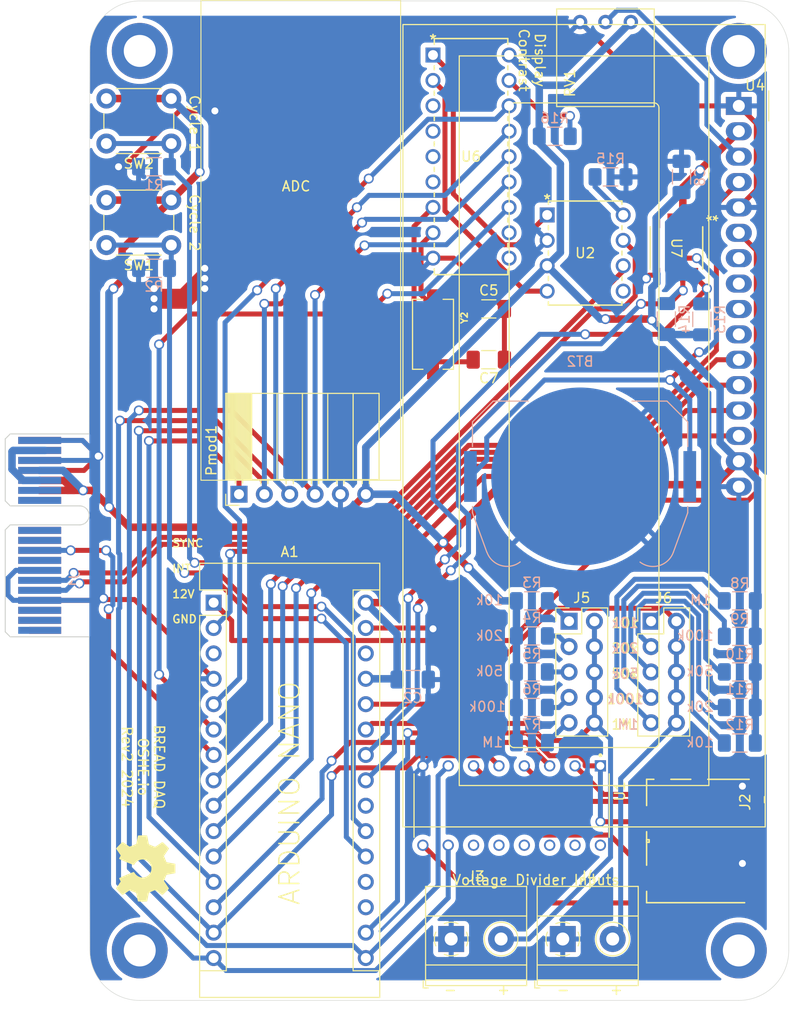
<source format=kicad_pcb>
(kicad_pcb (version 20221018) (generator pcbnew)
  (layers (0 "F.Cu" signal) (31 "B.Cu" signal) (34 "B.Paste" user) (35 "F.Paste" user) (36 "B.SilkS" user "B.Silkscreen") (37 "F.SilkS" user "F.Silkscreen") (38 "B.Mask" user) (39 "F.Mask" user) (44 "Edge.Cuts" user))
  (net 0 "")
  (net 1 "/E")
  (net 2 "GND")
  (net 3 "/RS")
  (net 4 "+5V")
  (net 5 "/I2C_CLK")
  (net 6 "/I2C_DAT")
  (net 7 "/SYNC")
  (net 9 "/DB4")
  (net 10 "/DB5")
  (net 11 "/DB6")
  (net 12 "/DB7")
  (net 13 "/INT")
  (net 14 "/SS")
  (net 15 "/MOSI")
  (net 16 "/MISO")
  (net 17 "/SCK")
  (net 18 "+3.3V")
  (net 20 "/Sw 1")
  (net 21 "/Sw 2")
  (net 22 "/Conn_1")
  (net 24 "Net-(U4-VO)")
  (net 33 "/Conn_2")
  (net 34 "Net-(J5-Pin_1)")
  (net 35 "Net-(J5-Pin_3)")
  (net 36 "Net-(J5-Pin_5)")
  (net 37 "/CAN_CS")
  (net 39 "Net-(J5-Pin_7)")
  (net 40 "/D9")
  (net 41 "Net-(J5-Pin_9)")
  (net 42 "Net-(J6-Pin_9)")
  (net 43 "Net-(J6-Pin_7)")
  (net 44 "Net-(J6-Pin_5)")
  (net 45 "Net-(J6-Pin_3)")
  (net 46 "Net-(J6-Pin_1)")
  (net 47 "/SS_3.3")
  (net 48 "/MOSI_3.3")
  (net 49 "/SCK_3.3")
  (net 50 "/MISO_3.3")
  (net 59 "/CANH")
  (net 60 "/CANL")
  (net 61 "/CANTX")
  (net 62 "/CANRX")
  (net 70 "Net-(R16-Pad1)")
  (net 82 "Net-(C5-Pad1)")
  (net 83 "Net-(C7-Pad2)")
  (net 84 "Net-(U2-STBY)")
  (net 95 "Net-(BT2-+)")
  (footprint "MountingHole:MountingHole_3.2mm_M3_DIN965_Pad" (layer "F.Cu") (at 127.6 44.8)
    (fp_text reference "H1" hide)
    (fp_text value "MountingHole")
  )
  (footprint "MountingHole:MountingHole_3.2mm_M3_DIN965_Pad" (layer "F.Cu") (at 187.6 44.8)
    (fp_text reference "H2" hide)
    (fp_text value "MountingHole")
  )
  (footprint "MountingHole:MountingHole_3.2mm_M3_DIN965_Pad" (layer "F.Cu") (at 127.6 134.8)
    (fp_text reference "H3" hide)
    (fp_text value "MountingHole")
  )
  (footprint "MountingHole:MountingHole_3.2mm_M3_DIN965_Pad" (layer "F.Cu") (at 187.6 134.8)
    (fp_text reference "H4" hide)
    (fp_text value "MountingHole")
  )
  (footprint "Module:Arduino_Nano" (layer "F.Cu") (at 135 100)
    (fp_text reference "A1")
    (fp_text value "Arduino_Nano_v3.x")
  )
  (footprint "Symbol:OSHW-Symbol_6.7x6mm_SilkScreen" (layer "F.Cu") (at 128.188 126.592 -90)
    (fp_text reference "Logo1" hide)
    (fp_text value "Logo_Open_Hardware_Small" hide)
  )
  (footprint "Connector_PinHeader_2.54mm:PinHeader_2x05_P2.54mm_Vertical" (layer "F.Cu") (at 170.6 101.859)
    (fp_text reference "J5")
    (fp_text value "Conn_02x05_Odd_Even")
  )
  (footprint "Capacitor_SMD:C_1206_3216Metric_Pad1.33x1.80mm_HandSolder" (layer "F.Cu") (at 162.56 75.692 180)
    (fp_text reference "C7")
    (fp_text value "27pF")
  )
  (footprint "rtc:21-0041B_8_MXM" (layer "F.Cu") (at 181.356 64.516 -90)
    (fp_text reference "U7")
    (fp_text value "DS3231MZ+TRL")
  )
  (footprint "Connector_PinSocket_2.54mm:PinSocket_1x06_P2.54mm_Horizontal" (layer "F.Cu") (at 147.701 89.154 -90)
    (fp_text reference "Pmod1")
    (fp_text value "~")
  )
  (footprint "Button_Switch_THT:SW_PUSH_6mm" (layer "F.Cu") (at 130.758 54.066 180)
    (fp_text reference "SW2")
    (fp_text value "SW_Push")
  )
  (footprint "KiCADv6:DIP794W45P254L1969H508Q16" (layer "F.Cu") (at 164.846 120.302 -90)
    (fp_text reference "U1")
    (fp_text value "CD74HC4050E")
  )
  (footprint "footprints:PDIP8_300MC_MCH" (layer "F.Cu") (at 168.402 61.214)
    (fp_text reference "U2")
    (fp_text value "MCP2561FD-E/P")
  )
  (footprint "footprints:104031-0811_MOL" (layer "F.Cu") (at 184.2705 123.850001 90)
    (fp_text reference "J2")
    (fp_text value "Micro_SD_Card_Det2")
  )
  (footprint "Potentiometer_THT:Potentiometer_Bourns_3386P_Vertical" (layer "F.Cu") (at 176.784 45.466 90)
    (fp_text reference "RV1")
    (fp_text value "10k")
  )
  (footprint "TerminalBlock_Phoenix:TerminalBlock_Phoenix_MKDS-1,5-2_1x02_P5.00mm_Horizontal" (layer "F.Cu") (at 169.966 133.655)
    (fp_text reference "J4")
    (fp_text value "Screw_Terminal_01x02")
  )
  (footprint "footprints:PDIP18_300MC_MCH" (layer "F.Cu") (at 156.972 45.212)
    (fp_text reference "U6")
    (fp_text value "MCP2515-E/P")
  )
  (footprint "Button_Switch_THT:SW_PUSH_6mm" (layer "F.Cu") (at 130.758 64.226 180)
    (fp_text reference "SW1")
    (fp_text value "SW_Push")
  )
  (footprint "TerminalBlock_Phoenix:TerminalBlock_Phoenix_MKDS-1,5-2_1x02_P5.00mm_Horizontal" (layer "F.Cu") (at 158.79 133.655)
    (fp_text reference "J3")
    (fp_text value "Screw_Terminal_01x02")
  )
  (footprint "KiCADv6:WC1602A-No holes" (layer "F.Cu") (at 187.6 50.2991 -90)
    (fp_text reference "U4")
    (fp_text value "LCD-016N002L")
  )
  (footprint "Connector_PinHeader_2.54mm:PinHeader_2x05_P2.54mm_Vertical" (layer "F.Cu") (at 178.811 101.859)
    (fp_text reference "J6")
    (fp_text value "Conn_02x05_Odd_Even")
  )
  (footprint "LOAF Update:XTAL_ECS-160-20-3X-TR" (layer "F.Cu") (at 156.972 73.152 -90)
    (fp_text reference "Y2")
    (fp_text value "Crystal")
  )
  (footprint "Capacitor_SMD:C_1206_3216Metric_Pad1.33x1.80mm_HandSolder" (layer "F.Cu") (at 162.56 70.612)
    (fp_text reference "C5")
    (fp_text value "27pF")
  )
  (footprint "Capacitor_SMD:C_1206_3216Metric_Pad1.33x1.80mm_HandSolder" (layer "B.Cu") (at 154.94 107.696)
    (fp_text reference "C2")
    (fp_text value "10uF_t")
  )
  (footprint "Resistor_SMD:R_1206_3216Metric_Pad1.30x1.75mm_HandSolder" (layer "B.Cu") (at 129.032 66.548)
    (fp_text reference "R2")
    (fp_text value "10k")
  )
  (footprint "Battery:BatteryHolder_Keystone_3034_1x20mm" (layer "B.Cu") (at 171.704 87.376 180)
    (fp_text reference "BT2")
    (fp_text value "Battery_Cell")
  )
  (footprint "Resistor_SMD:R_1206_3216Metric_Pad1.30x1.75mm_HandSolder" (layer "B.Cu") (at 187.701 110.49)
    (fp_text reference "R11")
    (fp_text value "20k")
  )
  (footprint "Resistor_SMD:R_1206_3216Metric_Pad1.30x1.75mm_HandSolder" (layer "B.Cu") (at 166.878 110.49 180)
    (fp_text reference "R6")
    (fp_text value "100k")
  )
  (footprint "Capacitor_SMD:C_1206_3216Metric_Pad1.33x1.80mm_HandSolder" (layer "B.Cu") (at 181.864 57.404 90)
    (fp_text reference "C8")
    (fp_text value "1uF")
  )
  (footprint "Resistor_SMD:R_1206_3216Metric_Pad1.30x1.75mm_HandSolder" (layer "B.Cu") (at 166.878 99.822 180)
    (fp_text reference "R3")
    (fp_text value "10k")
  )
  (footprint "Resistor_SMD:R_1206_3216Metric_Pad1.30x1.75mm_HandSolder" (layer "B.Cu") (at 187.701 114.046)
    (fp_text reference "R12")
    (fp_text value "10k")
  )
  (footprint "Resistor_SMD:R_1206_3216Metric_Pad1.30x1.75mm_HandSolder" (layer "B.Cu") (at 169.164 53.34 180)
    (fp_text reference "R16")
    (fp_text value "10k")
  )
  (footprint "Resistor_SMD:R_1206_3216Metric_Pad1.30x1.75mm_HandSolder" (layer "B.Cu") (at 166.878 106.934 180)
    (fp_text reference "R5")
    (fp_text value "50k")
  )
  (footprint "Resistor_SMD:R_1206_3216Metric_Pad1.30x1.75mm_HandSolder" (layer "B.Cu") (at 183.896 71.654 90)
    (fp_text reference "R13")
    (fp_text value "10k")
  )
  (footprint "Resistor_SMD:R_1206_3216Metric_Pad1.30x1.75mm_HandSolder" (layer "B.Cu") (at 187.701 106.934)
    (fp_text reference "R10")
    (fp_text value "50k")
  )
  (footprint "Resistor_SMD:R_1206_3216Metric_Pad1.30x1.75mm_HandSolder" (layer "B.Cu") (at 166.878 114.01 180)
    (fp_text reference "R7")
    (fp_text value "1M")
  )
  (footprint "Resistor_SMD:R_1206_3216Metric_Pad1.30x1.75mm_HandSolder" (layer "B.Cu") (at 129.032 56.388)
    (fp_text reference "R1")
    (fp_text value "10k")
  )
  (footprint "Resistor_SMD:R_1206_3216Metric_Pad1.30x1.75mm_HandSolder" (layer "B.Cu") (at 187.701 103.378)
    (fp_text reference "R9")
    (fp_text value "100k")
  )
  (footprint "Resistor_SMD:R_1206_3216Metric_Pad1.30x1.75mm_HandSolder" (layer "B.Cu") (at 187.701 99.822)
    (fp_text reference "R8")
    (fp_text value "1M")
  )
  (footprint "Resistor_SMD:R_1206_3216Metric_Pad1.30x1.75mm_HandSolder" (layer "B.Cu") (at 180.34 71.628 90)
    (fp_text reference "R14")
    (fp_text value "10k")
  )
  (footprint "Connector_PCBEdge:BUS_PCIexpress_x1" (layer "B.Cu") (at 117.58 102.77 90)
    (fp_text reference "J1")
    (fp_text value "10018783-10200TLF")
    (fp_line (start -0.65 -2.95) (end -0.15 -3.45) (stroke (width 0.1)) (layer "Edge.Cuts"))
    (fp_line (start -0.65 4.95) (end -0.65 -2.95) (stroke (width 0.1)) (layer "Edge.Cuts"))
    (fp_line (start -0.15 -3.45) (end 10.05 -3.45) (stroke (width 0.1)) (layer "Edge.Cuts"))
    (fp_line (start 10.55 -2.95) (end 10.05 -3.45) (stroke (width 0.1)) (layer "Edge.Cuts"))
    (fp_line (start 10.55 4) (end 10.55 -2.95) (stroke (width 0.1)) (layer "Edge.Cuts"))
    (fp_line (start 12.45 -2.95) (end 12.95 -3.45) (stroke (width 0.1)) (layer "Edge.Cuts"))
    (fp_line (start 12.45 4) (end 12.45 -2.95) (stroke (width 0.1)) (layer "Edge.Cuts"))
    (fp_line (start 12.95 -3.45) (end 19.15 -3.45) (stroke (width 0.1)) (layer "Edge.Cuts"))
    (fp_line (start 19.65 -2.95) (end 19.15 -3.45) (stroke (width 0.1)) (layer "Edge.Cuts"))
    (fp_line (start 19.65 4.95) (end 19.65 -2.95) (stroke (width 0.1)) (layer "Edge.Cuts"))
    (fp_arc (start 12.45 4) (mid 11.5 4.95) (end 10.55 4) (stroke (width 0.1)) (layer "Edge.Cuts"))
  )
  (footprint "Resistor_SMD:R_1206_3216Metric_Pad1.30x1.75mm_HandSolder" (layer "B.Cu") (at 174.752 57.404 180)
    (fp_text reference "R15")
    (fp_text value "10k")
  )
  (footprint "Resistor_SMD:R_1206_3216Metric_Pad1.30x1.75mm_HandSolder" (layer "B.Cu") (at 166.878 103.33 180)
    (fp_text reference "R4")
    (fp_text value "20k")
  )
  (gr_line locked (start 192.6 44.8) (end 192.6 134.8) (stroke (width 0.05)) (layer "Edge.Cuts"))
  (gr_arc locked (start 187.6 39.8) (mid 191.135534 41.264466) (end 192.6 44.8) (stroke (width 0.05)) (layer "Edge.Cuts"))
  (gr_line locked (start 127.6 139.8) (end 187.6 139.8) (stroke (width 0.05)) (layer "Edge.Cuts"))
  (gr_arc locked (start 127.6 139.8) (mid 124.064466 138.335534) (end 122.6 134.8) (stroke (width 0.05)) (layer "Edge.Cuts"))
  (gr_line locked (start 127.6 39.8) (end 187.6 39.8) (stroke (width 0.05)) (layer "Edge.Cuts"))
  (gr_arc locked (start 192.6 134.8) (mid 191.135534 138.335534) (end 187.6 139.8) (stroke (width 0.05)) (layer "Edge.Cuts"))
  (gr_line (start 122.53 83.12) (end 122.6 44.8) (stroke (width 0.05)) (layer "Edge.Cuts"))
  (gr_line (start 122.53 103.42) (end 122.6 134.8) (stroke (width 0.05)) (layer "Edge.Cuts"))
  (gr_arc locked (start 122.6 44.8) (mid 124.064466 41.264466) (end 127.6 39.8) (stroke (width 0.05)) (layer "Edge.Cuts"))
  (gr_text "1M\n" (at 164.084 114.554) (layer "B.SilkS") (effects (font (size 1 1)) (justify left bottom mirror)))
  (gr_text "20k\n" (at 177.652664 105.156) (layer "B.SilkS") (effects (font (size 1 1)) (justify left bottom mirror)))
  (gr_text "50k\n" (at 164.084 107.442) (layer "B.SilkS") (effects (font (size 1 1)) (justify left bottom mirror)))
  (gr_text "50k\n" (at 185.166 107.442) (layer "B.SilkS") (effects (font (size 1 1)) (justify left bottom mirror)))
  (gr_text "1M\n" (at 177.652664 112.776) (layer "B.SilkS") (effects (font (size 1 1)) (justify left bottom mirror)))
  (gr_text "50k\n" (at 177.652664 107.696) (layer "B.SilkS") (effects (font (size 1 1)) (justify left bottom mirror)))
  (gr_text "10k\n" (at 164.084 100.33) (layer "B.SilkS") (effects (font (size 1 1)) (justify left bottom mirror)))
  (gr_text "10k\n" (at 185.166 114.554) (layer "B.SilkS") (effects (font (size 1 1)) (justify left bottom mirror)))
  (gr_text "100k\n" (at 185.166 103.886) (layer "B.SilkS") (effects (font (size 1 1)) (justify left bottom mirror)))
  (gr_text "20k\n" (at 185.166 110.998) (layer "B.SilkS") (effects (font (size 1 1)) (justify left bottom mirror)))
  (gr_text "100k\n" (at 164.338 110.998) (layer "B.SilkS") (effects (font (size 1 1)) (justify left bottom mirror)))
  (gr_text "1M\n" (at 184.912 100.33) (layer "B.SilkS") (effects (font (size 1 1)) (justify left bottom mirror)))
  (gr_text "10k\n" (at 177.652664 102.616) (layer "B.SilkS") (effects (font (size 1 1)) (justify left bottom mirror)))
  (gr_text "20k\n" (at 164.084 103.886) (layer "B.SilkS") (effects (font (size 1 1)) (justify left bottom mirror)))
  (gr_text "100k\n" (at 178.160664 110.236) (layer "B.SilkS") (effects (font (size 1 1)) (justify left bottom mirror)))
  (gr_text "+" (at 174.625 139.319) (layer "F.SilkS") (effects (font (size 1 1)) (justify left bottom)))
  (gr_text "12V" (at 131.975715 99.15) (layer "F.SilkS") (effects (font (size 0.8 0.8))))
  (gr_text "BREAD DAQ\nOSHE.io\nRev2 2024" (at 127.934 116.432 270) (layer "F.SilkS") (effects (font (size 1 1))))
  (gr_text "ARDUINO NANO" (at 142.61 119.05 90) (layer "F.SilkS") (effects (font (size 2 2))))
  (gr_text "-" (at 157.988 139.319) (layer "F.SilkS") (effects (font (size 1 1)) (justify left bottom)))
  (gr_text "-" (at 169.291 139.319) (layer "F.SilkS") (effects (font (size 1 1)) (justify left bottom)))
  (gr_text "ADC" (at 141.732 58.928) (layer "F.SilkS") (effects (font (size 1 1)) (justify left bottom)))
  (gr_text "10k\n" (at 174.751998 102.616) (layer "F.SilkS") (effects (font (size 1 1)) (justify left bottom)))
  (gr_text "GND" (at 132.09 101.65) (layer "F.SilkS") (effects (font (size 0.8 0.8))))
  (gr_text "Display\nContrast" (at 166.878 45.72 -90) (layer "F.SilkS") (effects (font (size 1 1))))
  (gr_text "20k\n" (at 174.751998 105.156) (layer "F.SilkS") (effects (font (size 1 1)) (justify left bottom)))
  (gr_text "Voltage Divider Inputs\n" (at 158.8281 128.3337) (layer "F.SilkS") (effects (font (size 1 1)) (justify left bottom)))
  (gr_text "Cycle 2" (at 133.096 61.976 270) (layer "F.SilkS") (effects (font (size 1 1))))
  (gr_text "+" (at 163.322 139.319) (layer "F.SilkS") (effects (font (size 1 1)) (justify left bottom)))
  (gr_text "50k\n" (at 174.751998 107.696) (layer "F.SilkS") (effects (font (size 1 1)) (justify left bottom)))
  (gr_text "Cycle 1" (at 133.096 52.07 270) (layer "F.SilkS") (effects (font (size 1 1))))
  (gr_text "SYNC" (at 132.41381 94.05) (layer "F.SilkS") (effects (font (size 0.8 0.8))))
  (gr_text "1M\n" (at 174.751998 112.776) (layer "F.SilkS") (effects (font (size 1 1)) (justify left bottom)))
  (gr_text "100k\n" (at 174.243998 110.236) (layer "F.SilkS") (effects (font (size 1 1)) (justify left bottom)))
  (gr_text "INT" (at 131.785238 96.6) (layer "F.SilkS") (effects (font (size 0.8 0.8))))
  (segment (start 178.776353 89.7491) (end 188.559188 89.7491) (width 0.5) (layer "F.Cu") (net 1))
  (segment (start 136.81 103.79) (end 164.735453 103.79) (width 0.5) (layer "F.Cu") (net 1))
  (segment (start 164.735453 103.79) (end 178.776353 89.7491) (width 0.5) (layer "F.Cu") (net 1))
  (segment (start 135 100) (end 136.81 101.81) (width 0.5) (layer "F.Cu") (net 1))
  (segment (start 136.81 101.81) (end 136.81 103.79) (width 0.5) (layer "F.Cu") (net 1))
  (segment (start 189.35 88.958288) (end 189.35 64.7491) (width 0.5) (layer "F.Cu") (net 1))
  (segment (start 189.35 64.7491) (end 187.6 62.9991) (width 0.5) (layer "F.Cu") (net 1))
  (segment (start 188.559188 89.7491) (end 189.35 88.958288) (width 0.5) (layer "F.Cu") (net 1))
  (segment (start 123.444 85.344) (end 122.018 86.77) (width 0.5) (layer "F.Cu") (net 2))
  (segment (start 188.038999 118.285001) (end 187.96 118.364) (width 0.5) (layer "F.Cu") (net 2))
  (segment (start 123.952 99.568) (end 123.948994 99.568) (width 0.5) (layer "F.Cu") (net 2))
  (segment (start 178.63185 67.24015) (end 178.308 67.564) (width 0.5) (layer "F.Cu") (net 2))
  (segment (start 159.0425 65.532) (end 164.1225 70.612) (width 0.5) (layer "F.Cu") (net 2))
  (segment (start 123.444 85.344) (end 121.87 83.77) (width 0.5) (layer "F.Cu") (net 2))
  (segment (start 127.070868 99.690868) (end 135 107.62) (width 0.5) (layer "F.Cu") (net 2))
  (segment (start 124.074868 99.690868) (end 127.070868 99.690868) (width 0.5) (layer "F.Cu") (net 2))
  (segment (start 187.96 126.094502) (end 189.641499 126.094502) (width 0.5) (layer "F.Cu") (net 2))
  (segment (start 129.032 69.596) (end 132.08 69.596) (width 2) (layer "F.Cu") (net 2))
  (segment (start 121.87 83.77) (end 117.58 83.77) (width 0.5) (layer "F.Cu") (net 2))
  (segment (start 156.972 65.532) (end 159.0425 65.532) (width 0.5) (layer "F.Cu") (net 2))
  (segment (start 125.98661 56.388) (end 131.57461 50.8) (width 0.5) (layer "F.Cu") (net 2))
  (segment (start 189.641499 126.094502) (end 189.792 126.245003) (width 0.5) (layer "F.Cu") (net 2))
  (segment (start 189.666999 118.285001) (end 188.038999 118.285001) (width 0.5) (layer "F.Cu") (net 2))
  (segment (start 131.57461 50.8) (end 135.128 50.8) (width 0.5) (layer "F.Cu") (net 2))
  (segment (start 123.952 99.568) (end 124.074868 99.690868) (width 0.5) (layer "F.Cu") (net 2))
  (segment (start 187.6 50.2991) (end 180.0931 50.2991) (width 0.5) (layer "F.Cu") (net 2))
  (segment (start 189.35 52.0491) (end 189.35 58.7091) (width 0.5) (layer "F.Cu") (net 2))
  (segment (start 180.0931 50.2991) (end 171.704 41.91) (width 0.5) (layer "F.Cu") (net 2))
  (segment (start 123.75 99.77) (end 117.58 99.77) (width 0.5) (layer "F.Cu") (net 2))
  (segment (start 122.018 86.77) (end 117.58 86.77) (width 0.5) (layer "F.Cu") (net 2))
  (segment (start 189.35 58.7091) (end 187.6 60.4591) (width 0.5) (layer "F.Cu") (net 2))
  (segment (start 164.1225 70.612) (end 164.1225 75.692) (width 0.5) (layer "F.Cu") (net 2))
  (segment (start 150.24 102.54) (end 156.896 102.54) (width 0.5) (layer "F.Cu") (net 2))
  (segment (start 156.896 102.54) (end 156.972 102.616) (width 0.5) (layer "F.Cu") (net 2))
  (segment (start 179.451 67.24015) (end 178.63185 67.24015) (width 0.5) (layer "F.Cu") (net 2))
  (segment (start 123.952 99.568) (end 123.75 99.77) (width 0.5) (layer "F.Cu") (net 2))
  (segment (start 125.476 56.388) (end 125.98661 56.388) (width 0.5) (layer "F.Cu") (net 2))
  (segment (start 187.6 50.2991) (end 189.35 52.0491) (width 0.5) (layer "F.Cu") (net 2))
  (segment (start 132.08 69.596) (end 134.112 67.564) (width 2) (layer "F.Cu") (net 2))
  (via (at 134.112 68.58) (size 1) (drill 0.7) (layers "F.Cu" "B.Cu") (net 2))
  (via (at 125.476 56.388) (size 1) (drill 0.7) (layers "F.Cu" "B.Cu") (net 2))
  (via (at 134.112 66.548) (size 1) (drill 0.7) (layers "F.Cu" "B.Cu") (net 2))
  (via (at 134.112 67.564) (size 1) (drill 0.7) (layers "F.Cu" "B.Cu") (net 2))
  (via (at 123.952 99.568) (size 1) (drill 0.7) (layers "F.Cu" "B.Cu") (net 2))
  (via (at 187.96 118.364) (size 1) (drill 0.7) (layers "F.Cu" "B.Cu") (net 2))
  (via (at 129.032 70.612) (size 1) (drill 0.7) (layers "F.Cu" "B.Cu") (net 2))
  (via (at 129.032 69.596) (size 1) (drill 0.7) (layers "F.Cu" "B.Cu") (net 2))
  (via (at 135.128 50.8) (size 1) (drill 0.7) (layers "F.Cu" "B.Cu") (net 2))
  (via (at 156.972 102.616) (size 1) (drill 0.7) (layers "F.Cu" "B.Cu") (net 2))
  (via (at 123.444 85.344) (size 1) (drill 0.7) (layers "F.Cu" "B.Cu") (net 2))
  (via (at 187.96 126.094502) (size 1) (drill 0.7) (layers "F.Cu" "B.Cu") (net 2))
  (via (at 178.308 67.564) (size 1) (drill 0.7) (layers "F.Cu" "B.Cu") (net 2))
  (via (at 129.032 68.58) (size 1) (drill 0.7) (layers "F.Cu" "B.Cu") (net 2))
  (segment (start 168.402 63.754) (end 159.004 73.152) (width 0.5) (layer "B.Cu") (net 2))
  (segment (start 155.956 115.316) (end 156.464 114.808) (width 0.5) (layer "B.Cu") (net 2))
  (segment (start 127.482 56.87) (end 128.016 57.404) (width 0.5) (layer "B.Cu") (net 2))
  (segment (start 127.482 56.388) (end 125.476 56.388) (width 0.5) (layer "B.Cu") (net 2))
  (segment (start 123.018 85.77) (end 117.58 85.77) (width 0.5) (layer "B.Cu") (net 2))
  (segment (start 156.972 65.532) (end 154.432 65.532) (width 0.5) (layer "B.Cu") (net 2))
  (segment (start 114.405 99.245) (end 114.93 99.77) (width 0.5) (layer "B.Cu") (net 2))
  (segment (start 176.218 90.366) (end 179.832 93.98) (width 0.5) (layer "B.Cu") (net 2))
  (segment (start 174.694 90.366) (end 176.218 90.366) (width 0.5) (layer "B.Cu") (net 2))
  (segment (start 171.704 87.376) (end 174.694 90.366) (width 0.5) (layer "B.Cu") (net 2))
  (segment (start 123.444 85.344) (end 123.018 85.77) (width 0.5) (layer "B.Cu") (net 2))
  (segment (start 168.402 41.91) (end 168.148 42.164) (width 0.5) (layer "B.Cu") (net 2))
  (segment (start 123.284 85.504) (end 123.444 85.344) (width 0.5) (layer "B.Cu") (net 2))
  (segment (start 155.956 116.332) (end 155.956 115.316) (width 0.5) (layer "B.Cu") (net 2))
  (segment (start 117.58 96.77) (end 115.18 96.77) (width 0.5) (layer "B.Cu") (net 2))
  (segment (start 155.956 116.332) (end 155.956 117.856) (width 0.5) (layer "B.Cu") (net 2))
  (segment (start 115.18 96.77) (end 114.405 97.545) (width 0.5) (layer "B.Cu") (net 2))
  (segment (start 187.96 118.364) (end 187.96 126.094502) (width 0.5) (layer "B.Cu") (net 2))
  (segment (start 114.93 99.77) (end 117.58 99.77) (width 0.5) (layer "B.Cu") (net 2))
  (segment (start 123.444 85.344) (end 121.87 83.77) (width 0.5) (layer "B.Cu") (net 2))
  (segment (start 121.87 83.77) (end 117.58 83.77) (width 0.5) (layer "B.Cu") (net 2))
  (segment (start 123.284 98.9) (end 123.284 85.504) (width 0.5) (layer "B.Cu") (net 2))
  (segment (start 133.02 107.62) (end 132.08 106.68) (width 0.5) (layer "B.Cu") (net 2))
  (segment (start 117.58 99.77) (end 123.75 99.77) (width 0.5) (layer "B.Cu") (net 2))
  (segment (start 159.004 73.152) (end 151.892 73.152) (width 0.5) (layer "B.Cu") (net 2))
  (segment (start 114.405 97.545) (end 114.405 99.245) (width 0.5) (layer "B.Cu") (net 2))
  (segment (start 135 107.62) (end 133.02 107.62) (width 0.5) (layer "B.Cu") (net 2))
  (segment (start 171.704 41.91) (end 168.402 41.91) (width 0.5) (layer "B.Cu") (net 2))
  (segment (start 123.952 99.568) (end 123.284 98.9) (width 0.5) (layer "B.Cu") (net 2))
  (segment (start 123.75 99.77) (end 123.952 99.568) (width 0.5) (layer "B.Cu") (net 2))
  (segment (start 160.5419 84.262) (end 175.834 84.262) (width 0.5) (layer "F.Cu") (net 3))
  (segment (start 149.931898 94.872) (end 160.5419 84.262) (width 0.5) (layer "F.Cu") (net 3))
  (segment (start 185.354 74.742) (end 185.354 60.1651) (width 0.5) (layer "F.Cu") (net 3))
  (segment (start 136.6525 95.1215) (end 136.902 94.872) (width 0.5) (layer "F.Cu") (net 3))
  (segment (start 175.834 84.262) (end 185.354 74.742) (width 0.5) (layer "F.Cu") (net 3))
  (segment (start 185.354 60.1651) (end 187.6 57.9191) (width 0.5) (layer "F.Cu") (net 3))
  (segment (start 136.902 94.872) (end 149.931898 94.872) (width 0.5) (layer "F.Cu") (net 3))
  (via (at 136.6525 95.1215) (size 1) (drill 0.7) (layers "F.Cu" "B.Cu") (net 3))
  (segment (start 136.6525 100.8875) (end 135 102.54) (width 0.5) (layer "B.Cu") (net 3))
  (segment (start 136.6525 95.1215) (end 136.6525 100.8875) (width 0.5) (layer "B.Cu") (net 3))
  (segment (start 133.604 56.896) (end 133.588 56.896) (width 0.75) (layer "F.Cu") (net 4))
  (segment (start 181.991 61.79185) (end 181.991 58.4481) (width 0.75) (layer "F.Cu") (net 4))
  (segment (start 130.758 49.566) (end 124.258 49.566) (width 0.75) (layer "F.Cu") (net 4))
  (segment (start 124.968 68.58) (end 125.833 67.715) (width 0.75) (layer "F.Cu") (net 4))
  (segment (start 178.79 71.628) (end 178.89 71.728) (width 0.75) (layer "F.Cu") (net 4))
  (segment (start 174.244 71.628) (end 178.79 71.628) (width 0.75) (layer "F.Cu") (net 4))
  (segment (start 125.833 64.651) (end 130.758 59.726) (width 0.75) (layer "F.Cu") (net 4))
  (segment (start 181.991 58.4481) (end 187.6 52.8391) (width 0.75) (layer "F.Cu") (net 4))
  (segment (start 130.758 59.726) (end 124.258 59.726) (width 0.75) (layer "F.Cu") (net 4))
  (segment (start 160.528 96.52) (end 157.988 93.98) (width 0.75) (layer "F.Cu") (net 4))
  (segment (start 121.92 88.77) (end 122.8725 88.77) (width 0.75) (layer "F.Cu") (net 4))
  (segment (start 126.5585 92.456) (end 146.939 92.456) (width 0.75) (layer "F.Cu") (net 4))
  (segment (start 133.588 56.896) (end 130.758 59.726) (width 0.75) (layer "F.Cu") (net 4))
  (segment (start 117.58 87.77) (end 120.000479 87.77) (width 0.75) (layer "F.Cu") (net 4))
  (segment (start 187.6 85.8591) (end 185.2581 88.201) (width 0.75) (layer "F.Cu") (net 4))
  (segment (start 146.939 92.456) (end 150.241 89.154) (width 0.75) (layer "F.Cu") (net 4))
  (segment (start 120.396 88.77) (end 117.58 88.77) (width 0.75) (layer "F.Cu") (net 4))
  (segment (start 185.2581 88.201) (end 163.767 88.201) (width 0.75) (layer "F.Cu") (net 4))
  (segment (start 124.5265 90.424) (end 126.5585 92.456) (width 0.75) (layer "F.Cu") (net 4))
  (segment (start 150.24 100) (end 151.968 100) (width 0.75) (layer "F.Cu") (net 4))
  (segment (start 163.767 88.201) (end 157.988 93.98) (width 0.75) (layer "F.Cu") (net 4))
  (segment (start 125.833 67.715) (end 125.833 64.651) (width 0.75) (layer "F.Cu") (net 4))
  (segment (start 122.8725 88.77) (end 124.5265 90.424) (width 0.75) (layer "F.Cu") (net 4))
  (segment (start 121.000479 88.77) (end 120.396 88.77) (width 0.75) (layer "F.Cu") (net 4))
  (segment (start 120.000479 87.77) (end 121.000479 88.77) (width 0.75) (layer "F.Cu") (net 4))
  (segment (start 120.396 88.77) (end 121.92 88.77) (width 0.75) (layer "F.Cu") (net 4))
  (segment (start 151.968 100) (end 157.988 93.98) (width 0.75) (layer "F.Cu") (net 4))
  (via (at 160.528 96.52) (size 1) (drill 0.7) (layers "F.Cu" "B.Cu") (net 4))
  (via (at 178.89 71.728) (size 1) (drill 0.7) (layers "F.Cu" "B.Cu") (net 4))
  (via (at 174.244 71.628) (size 1) (drill 0.7) (layers "F.Cu" "B.Cu") (net 4))
  (via (at 121.92 88.77) (size 1) (drill 0.7) (layers "F.Cu" "B.Cu") (net 4))
  (via (at 124.5265 90.424) (size 1) (drill 0.7) (layers "F.Cu" "B.Cu") (net 4))
  (via (at 124.968 68.58) (size 1) (drill 0.7) (layers "F.Cu" "B.Cu") (net 4))
  (via (at 183.71955 56.71955) (size 1) (drill 0.7) (layers "F.Cu" "B.Cu") (net 4))
  (via (at 133.604 56.896) (size 1) (drill 0.7) (layers "F.Cu" "B.Cu") (net 4))
  (via (at 157.988 93.98) (size 1) (drill 0.7) (layers "F.Cu" "B.Cu") (net 4))
  (segment (start 174.244 71.628) (end 173.736 71.628) (width 0.75) (layer "B.Cu") (net 4))
  (segment (start 163.83 99.822) (end 165.328 99.822) (width 0.75) (layer "B.Cu") (net 4))
  (segment (start 181.12125 59.70925) (end 181.864 58.9665) (width 0.75) (layer "B.Cu") (net 4))
  (segment (start 169.7263 56.120026) (end 169.7263 64.9697) (width 0.75) (layer "B.Cu") (net 4))
  (segment (start 179.324 61.5065) (end 181.12125 59.70925) (width 0.75) (layer "B.Cu") (net 4))
  (segment (start 187.6 85.8591) (end 189.475 87.7341) (width 0.75) (layer "B.Cu") (net 4))
  (segment (start 167.614 48.234) (end 164.592 45.212) (width 0.75) (layer "B.Cu") (net 4))
  (segment (start 114.808 86.648) (end 115.93 87.77) (width 0.75) (layer "B.Cu") (net 4))
  (segment (start 183.71955 56.71955) (end 183.71955 57.11095) (width 0.75) (layer "B.Cu") (net 4))
  (segment (start 124.5265 90.424) (end 124.519 90.4165) (width 0.75) (layer "B.Cu") (net 4))
  (segment (start 183.87 73.178) (end 183.896 73.204) (width 0.75) (layer "B.Cu") (net 4))
  (segment (start 178.89 68.506) (end 179.383 68.013) (width 0.75) (layer "B.Cu") (net 4))
  (segment (start 176.784 41.91) (end 170.46 48.234) (width 0.75) (layer "B.Cu") (net 4))
  (segment (start 153.162 89.154) (end 150.241 89.154) (width 0.75) (layer "B.Cu") (net 4))
  (segment (start 173.736 71.628) (end 168.402 66.294) (width 0.75) (layer "B.Cu") (net 4))
  (segment (start 170.46 48.234) (end 167.614 48.234) (width 0.75) (layer "B.Cu") (net 4))
  (segment (start 150.241 84.455) (end 150.241 89.154) (width 0.75) (layer "B.Cu") (net 4))
  (segment (start 183.71955 57.11095) (end 181.12125 59.70925) (width 0.75) (layer "B.Cu") (net 4))
  (segment (start 179.383 68.013) (end 179.383 67.11872) (width 0.75) (layer "B.Cu") (net 4))
  (segment (start 150.24 107.62) (end 153.3015 107.62) (width 0.75) (layer "B.Cu") (net 4))
  (segment (start 178.89 71.728) (end 178.89 68.506) (width 0.75) (layer "B.Cu") (net 4))
  (segment (start 167.614 54.007726) (end 169.7263 56.120026) (width 0.75) (layer "B.Cu") (net 4))
  (segment (start 185.725 83.9841) (end 187.6 85.8591) (width 0.75) (layer "B.Cu") (net 4))
  (segment (start 115.93 87.77) (end 117.58 87.77) (width 0.75) (layer "B.Cu") (net 4))
  (segment (start 114.808 84.892) (end 114.808 86.648) (width 0.75) (layer "B.Cu") (net 4))
  (segment (start 153.3775 103.1375) (end 153.3775 107.696) (width 0.75) (layer "B.Cu") (net 4))
  (segment (start 179.324 67.05972) (end 179.324 61.5065) (width 0.75) (layer "B.Cu") (net 4))
  (segment (start 121.92 88.77) (end 119.92 86.77) (width 0.75) (layer "B.Cu") (net 4))
  (segment (start 157.988 93.98) (end 153.162 89.154) (width 0.75) (layer "B.Cu") (net 4))
  (segment (start 185.725 78.563) (end 185.725 83.9841) (width 0.75) (layer "B.Cu") (net 4))
  (segment (start 189.251 99.822) (end 189.251 114.046) (width 0.75) (layer "B.Cu") (net 4))
  (segment (start 165.328 114.01) (end 165.328 99.822) (width 0.75) (layer "B.Cu") (net 4))
  (segment (start 124.519 69.029) (end 124.968 68.58) (width 0.75) (layer "B.Cu") (net 4))
  (segment (start 118.13 84.77) (end 114.93 84.77) (width 0.75) (layer "B.Cu") (net 4))
  (segment (start 180.34 73.178) (end 183.87 73.178) (width 0.75) (layer "B.Cu") (net 4))
  (segment (start 150.24 100) (end 153.3775 103.1375) (width 0.75) (layer "B.Cu") (net 4))
  (segment (start 153.3015 107.62) (end 153.3775 107.696) (width 0.75) (layer "B.Cu") (net 4))
  (segment (start 160.528 96.52) (end 163.83 99.822) (width 0.75) (layer "B.Cu") (net 4))
  (segment (start 133.604 56.896) (end 133.604 52.412) (width 0.75) (layer "B.Cu") (net 4))
  (segment (start 189.475 87.7341) (end 189.475 99.598) (width 0.75) (layer "B.Cu") (net 4))
  (segment (start 179.383 67.11872) (end 179.324 67.05972) (width 0.75) (layer "B.Cu") (net 4))
  (segment (start 180.34 73.178) (end 178.89 71.728) (width 0.75) (layer "B.Cu") (net 4))
  (segment (start 167.614 53.34) (end 167.614 48.234) (width 0.75) (layer "B.Cu") (net 4))
  (segment (start 180.34 73.178) (end 185.725 78.563) (width 0.75) (layer "B.Cu") (net 4))
  (segment (start 133.604 52.412) (end 130.758 49.566) (width 0.75) (layer "B.Cu") (net 4))
  (segment (start 167.614 53.34) (end 167.614 54.007726) (width 0.75) (layer "B.Cu") (net 4))
  (segment (start 150.24 89.155) (end 150.241 89.154) (width 0.75) (layer "B.Cu") (net 4))
  (segment (start 168.402 66.294) (end 150.241 84.455) (width 0.75) (layer "B.Cu") (net 4))
  (segment (start 189.475 99.598) (end 189.251 99.822) (width 0.75) (layer "B.Cu") (net 4))
  (segment (start 124.519 90.4165) (end 124.519 69.029) (width 0.75) (layer "B.Cu") (net 4))
  (segment (start 119.92 86.77) (end 117.58 86.77) (width 0.75) (layer "B.Cu") (net 4))
  (segment (start 169.7263 64.9697) (end 168.402 66.294) (width 0.75) (layer "B.Cu") (net 4))
  (segment (start 114.93 84.77) (end 114.808 84.892) (width 0.75) (layer "B.Cu") (net 4))
  (segment (start 154.49 99.568) (end 154.49 99.345316) (width 0.5) (layer "F.Cu") (net 5))
  (segment (start 184.404 68.58) (end 179.832 73.152) (width 0.5) (layer "F.Cu") (net 5))
  (segment (start 183.261 67.437) (end 184.404 68.58) (width 0.5) (layer "F.Cu") (net 5))
  (segment (start 179.832 73.152) (end 172.212 73.152) (width 0.5) (layer "F.Cu") (net 5))
  (segment (start 154.49 99.345316) (end 158.159658 95.675658) (width 0.5) (layer "F.Cu") (net 5))
  (segment (start 183.261 67.24015) (end 183.261 67.437) (width 0.5) (layer "F.Cu") (net 5))
  (via (at 184.404 68.58) (size 1) (drill 0.7) (layers "F.Cu" "B.Cu") (net 5))
  (via (at 172.212 73.152) (size 1) (drill 0.7) (layers "F.Cu" "B.Cu") (net 5))
  (via (at 158.159658 95.675658) (size 1) (drill 0.7) (layers "F.Cu" "B.Cu") (net 5))
  (via (at 154.49 99.568) (size 1) (drill 0.7) (layers "F.Cu" "B.Cu") (net 5))
  (segment (start 184.404 69.596) (end 183.896 70.104) (width 0.5) (layer "B.Cu") (net 5))
  (segment (start 159.559416 94.2759) (end 159.559416 92.160716) (width 0.5) (layer "B.Cu") (net 5))
  (segment (start 150.24 115.24) (end 152.4 113.08) (width 0.5) (layer "B.Cu") (net 5))
  (segment (start 156.972 83.82) (end 167.64 73.152) (width 0.5) (layer "B.Cu") (net 5))
  (segment (start 152.4 113.08) (end 152.4 111.76) (width 0.5) (layer "B.Cu") (net 5))
  (segment (start 167.64 73.152) (end 172.212 73.152) (width 0.5) (layer "B.Cu") (net 5))
  (segment (start 158.159658 95.675658) (end 159.559416 94.2759) (width 0.5) (layer "B.Cu") (net 5))
  (segment (start 154.49 109.67) (end 154.49 99.568) (width 0.5) (layer "B.Cu") (net 5))
  (segment (start 184.404 68.58) (end 184.404 69.596) (width 0.5) (layer "B.Cu") (net 5))
  (segment (start 154.49 99.568) (end 154.49 99.345316) (width 0.5) (layer "B.Cu") (net 5))
  (segment (start 156.972 89.5733) (end 156.972 83.82) (width 0.5) (layer "B.Cu") (net 5))
  (segment (start 159.559416 92.160716) (end 156.972 89.5733) (width 0.5) (layer "B.Cu") (net 5))
  (segment (start 152.4 111.76) (end 154.49 109.67) (width 0.5) (layer "B.Cu") (net 5))
  (segment (start 180.6545 70.104) (end 181.991 68.7675) (width 0.5) (layer "F.Cu") (net 6))
  (segment (start 181.991 68.7675) (end 181.991 67.24015) (width 0.5) (layer "F.Cu") (net 6))
  (segment (start 177.8 70.104) (end 180.6545 70.104) (width 0.5) (layer "F.Cu") (net 6))
  (segment (start 158.75 96.774) (end 155.448 100.076) (width 0.5) (layer "F.Cu") (net 6))
  (segment (start 155.448 100.076) (end 155.448 100.584) (width 0.5) (layer "F.Cu") (net 6))
  (via (at 177.8 70.104) (size 1) (drill 0.7) (layers "F.Cu" "B.Cu") (net 6))
  (via (at 181.991 68.7675) (size 1) (drill 0.7) (layers "F.Cu" "B.Cu") (net 6))
  (via (at 158.75 96.774) (size 1) (drill 0.7) (layers "F.Cu" "B.Cu") (net 6))
  (via (at 155.448 100.584) (size 1) (drill 0.7) (layers "F.Cu" "B.Cu") (net 6))
  (segment (start 181.6505 68.7675) (end 180.34 70.078) (width 0.5) (layer "B.Cu") (net 6))
  (segment (start 155.39 106.756051) (end 155.448 106.698051) (width 0.5) (layer "B.Cu") (net 6))
  (segment (start 155.448 106.698051) (end 155.448 100.584) (width 0.5) (layer "B.Cu") (net 6))
  (segment (start 155.39 108.635949) (end 155.39 106.756051) (width 0.5) (layer "B.Cu") (net 6))
  (segment (start 159.512 90.244) (end 159.512 84.328) (width 0.5) (layer "B.Cu") (net 6))
  (segment (start 155.448 109.70195) (end 155.448 108.693949) (width 0.5) (layer "B.Cu") (net 6))
  (segment (start 158.75 96.774) (end 160.528 94.996) (width 0.5) (layer "B.Cu") (net 6))
  (segment (start 153.1 112.04995) (end 155.448 109.70195) (width 0.5) (layer "B.Cu") (net 6))
  (segment (start 160.528 91.26) (end 159.512 90.244) (width 0.5) (layer "B.Cu") (net 6))
  (segment (start 150.24 117.78) (end 153.1 114.92) (width 0.5) (layer "B.Cu") (net 6))
  (segment (start 160.528 94.996) (end 160.528 91.26) (width 0.5) (layer "B.Cu") (net 6))
  (segment (start 153.1 114.92) (end 153.1 112.04995) (width 0.5) (layer "B.Cu") (net 6))
  (segment (start 155.448 108.693949) (end 155.39 108.635949) (width 0.5) (layer "B.Cu") (net 6))
  (segment (start 173.802 74.102) (end 177.8 70.104) (width 0.5) (layer "B.Cu") (net 6))
  (segment (start 169.738 74.102) (end 173.802 74.102) (width 0.5) (layer "B.Cu") (net 6))
  (segment (start 159.512 84.328) (end 169.738 74.102) (width 0.5) (layer "B.Cu") (net 6))
  (segment (start 181.991 68.7675) (end 181.6505 68.7675) (width 0.5) (layer "B.Cu") (net 6))
  (segment (start 124.488434 100.640868) (end 124.488434 104.728434) (width 0.5) (layer "F.Cu") (net 7))
  (segment (start 120.678 94.77) (end 124.234 94.77) (width 0.5) (layer "F.Cu") (net 7))
  (segment (start 124.488434 104.728434) (end 135 115.24) (width 0.5) (layer "F.Cu") (net 7))
  (via (at 124.234 94.77) (size 1) (drill 0.7) (layers "F.Cu" "B.Cu") (net 7))
  (via (at 124.488434 100.640868) (size 1) (drill 0.7) (layers "F.Cu" "B.Cu") (net 7))
  (via (at 120.678 94.77) (size 1) (drill 0.7) (layers "F.Cu" "B.Cu") (net 7))
  (segment (start 124.902 95.438) (end 124.234 94.77) (width 0.5) (layer "B.Cu") (net 7))
  (segment (start 120.678 94.77) (end 117.58 94.77) (width 0.5) (layer "B.Cu") (net 7))
  (segment (start 124.488434 100.640868) (end 124.902 100.227302) (width 0.5) (layer "B.Cu") (net 7))
  (segment (start 124.902 100.227302) (end 124.902 95.438) (width 0.5) (layer "B.Cu") (net 7))
  (segment (start 140.716 98.044) (end 143.188 95.572) (width 0.5) (layer "F.Cu") (net 9))
  (segment (start 160.83185 84.962) (end 176.123949 84.962) (width 0.5) (layer "F.Cu") (net 9))
  (segment (start 140.716 98.124211) (end 140.716 98.044) (width 0.5) (layer "F.Cu") (net 9))
  (segment (start 140.736972 98.145183) (end 140.716 98.124211) (width 0.5) (layer "F.Cu") (net 9))
  (segment (start 185.386849 75.6991) (end 187.6 75.6991) (width 0.5) (layer "F.Cu") (net 9))
  (segment (start 176.123949 84.962) (end 185.386849 75.6991) (width 0.5) (layer "F.Cu") (net 9))
  (segment (start 150.22185 95.572) (end 160.83185 84.962) (width 0.5) (layer "F.Cu") (net 9))
  (segment (start 143.188 95.572) (end 150.22185 95.572) (width 0.5) (layer "F.Cu") (net 9))
  (via (at 140.736972 98.145183) (size 1) (drill 0.7) (layers "F.Cu" "B.Cu") (net 9))
  (segment (start 140.736972 98.145183) (end 140.716 98.166155) (width 0.5) (layer "B.Cu") (net 9))
  (segment (start 140.716 98.166155) (end 140.716 112.064) (width 0.5) (layer "B.Cu") (net 9))
  (segment (start 140.716 112.064) (end 135 117.78) (width 0.5) (layer "B.Cu") (net 9))
  (segment (start 176.466 85.662) (end 183.8889 78.2391) (width 0.5) (layer "F.Cu") (net 10))
  (segment (start 141.915503 98.368497) (end 143.764 96.52) (width 0.5) (layer "F.Cu") (net 10))
  (segment (start 143.764 96.52) (end 150.2638 96.52) (width 0.5) (layer "F.Cu") (net 10))
  (segment (start 161.1218 85.662) (end 176.466 85.662) (width 0.5) (layer "F.Cu") (net 10))
  (segment (start 183.8889 78.2391) (end 187.6 78.2391) (width 0.5) (layer "F.Cu") (net 10))
  (segment (start 150.2638 96.52) (end 161.1218 85.662) (width 0.5) (layer "F.Cu") (net 10))
  (via (at 141.915503 98.368497) (size 1) (drill 0.7) (layers "F.Cu" "B.Cu") (net 10))
  (segment (start 141.915503 98.368497) (end 141.915503 113.404497) (width 0.5) (layer "B.Cu") (net 10))
  (segment (start 141.915503 113.404497) (end 135 120.32) (width 0.5) (layer "B.Cu") (net 10))
  (segment (start 182.33885 80.7791) (end 187.6 80.7791) (width 0.5) (layer "F.Cu") (net 11))
  (segment (start 144.588 97.22) (end 150.553749 97.22) (width 0.5) (layer "F.Cu") (net 11))
  (segment (start 176.755949 86.362) (end 182.33885 80.7791) (width 0.5) (layer "F.Cu") (net 11))
  (segment (start 150.553749 97.22) (end 161.41175 86.362) (width 0.5) (layer "F.Cu") (net 11))
  (segment (start 161.41175 86.362) (end 176.755949 86.362) (width 0.5) (layer "F.Cu") (net 11))
  (segment (start 143.25715 98.55085) (end 144.588 97.22) (width 0.5) (layer "F.Cu") (net 11))
  (via (at 143.25715 98.55085) (size 1) (drill 0.7) (layers "F.Cu" "B.Cu") (net 11))
  (segment (start 143.25715 98.55085) (end 143.25715 114.60285) (width 0.5) (layer "B.Cu") (net 11))
  (segment (start 143.25715 114.60285) (end 135 122.86) (width 0.5) (layer "B.Cu") (net 11))
  (segment (start 151.384 98.044) (end 162.052 87.376) (width 0.5) (layer "F.Cu") (net 12))
  (segment (start 176.784 87.376) (end 180.848 83.312) (width 0.5) (layer "F.Cu") (net 12))
  (segment (start 145.796 98.044) (end 151.384 98.044) (width 0.5) (layer "F.Cu") (net 12))
  (segment (start 162.052 87.376) (end 176.784 87.376) (width 0.5) (layer "F.Cu") (net 12))
  (segment (start 180.848 83.312) (end 180.8551 83.3191) (width 0.5) (layer "F.Cu") (net 12))
  (segment (start 180.8551 83.3191) (end 187.6 83.3191) (width 0.5) (layer "F.Cu") (net 12))
  (segment (start 144.78 99.06) (end 145.796 98.044) (width 0.5) (layer "F.Cu") (net 12))
  (via (at 144.78 99.06) (size 1) (drill 0.7) (layers "F.Cu" "B.Cu") (net 12))
  (segment (start 144.78 115.62) (end 135 125.4) (width 0.5) (layer "B.Cu") (net 12))
  (segment (start 144.78 99.06) (end 144.78 115.62) (width 0.5) (layer "B.Cu") (net 12))
  (segment (start 129.54 107.24) (end 135 112.7) (width 0.5) (layer "F.Cu") (net 13))
  (segment (start 129.54 107.188) (end 129.54 107.24) (width 0.5) (layer "F.Cu") (net 13))
  (segment (start 152.4 69.088) (end 150.368 71.12) (width 0.5) (layer "F.Cu") (net 13))
  (segment (start 150.368 71.12) (end 132.588 71.12) (width 0.5) (layer "F.Cu") (net 13))
  (segment (start 132.588 71.12) (end 129.54 74.168) (width 0.5) (layer "F.Cu") (net 13))
  (via (at 152.4 69.088) (size 1) (drill 0.7) (layers "F.Cu" "B.Cu") (net 13))
  (via (at 129.54 107.188) (size 1) (drill 0.7) (layers "F.Cu" "B.Cu") (net 13))
  (via (at 129.54 74.168) (size 1) (drill 0.7) (layers "F.Cu" "B.Cu") (net 13))
  (segment (start 129.54 74.168) (end 129.54 107.188) (width 0.5) (layer "B.Cu") (net 13))
  (segment (start 129.54 107.188) (end 129.54 107.24) (width 0.5) (layer "B.Cu") (net 13))
  (segment (start 152.4 69.088) (end 155.956 69.088) (width 0.5) (layer "B.Cu") (net 13))
  (segment (start 155.956 69.088) (end 164.592 60.452) (width 0.5) (layer "B.Cu") (net 13))
  (segment (start 166.314 113.99) (end 168.656 116.332) (width 0.5) (layer "F.Cu") (net 14))
  (segment (start 148.646 113.99) (end 166.314 113.99) (width 0.5) (layer "F.Cu") (net 14))
  (segment (start 146.812 115.824) (end 148.646 113.99) (width 0.5) (layer "F.Cu") (net 14))
  (via (at 146.812 115.824) (size 1) (drill 0.7) (layers "F.Cu" "B.Cu") (net 14))
  (segment (start 135 130.48) (end 145.862 119.618) (width 0.5) (layer "B.Cu") (net 14))
  (segment (start 146.812 116.004497) (end 146.812 115.824) (width 0.5) (layer "B.Cu") (net 14))
  (segment (start 145.862 119.618) (end 145.862 116.954497) (width 0.5) (layer "B.Cu") (net 14))
  (segment (start 145.862 116.954497) (end 146.812 116.004497) (width 0.5) (layer "B.Cu") (net 14))
  (segment (start 162.561 115.317) (end 163.576 116.332) (width 0.5) (layer "F.Cu") (net 15))
  (segment (start 140.081 87.951919) (end 134.933081 82.804) (width 0.5) (layer "F.Cu") (net 15))
  (segment (start 140.081 89.154) (end 140.081 87.951919) (width 0.5) (layer "F.Cu") (net 15))
  (segment (start 134.933081 82.804) (end 127.508 82.804) (width 0.5) (layer "F.Cu") (net 15))
  (segment (start 155.447 115.317) (end 162.561 115.317) (width 0.5) (layer "F.Cu") (net 15))
  (segment (start 146.812 117.348) (end 147.63 116.53) (width 0.5) (layer "F.Cu") (net 15))
  (segment (start 140.081 70.104) (end 141.732 70.104) (width 0.5) (layer "F.Cu") (net 15))
  (segment (start 147.63 116.53) (end 154.234 116.53) (width 0.5) (layer "F.Cu") (net 15))
  (segment (start 154.234 116.53) (end 155.447 115.317) (width 0.5) (layer "F.Cu") (net 15))
  (segment (start 141.732 70.104) (end 149.86 61.976) (width 0.5) (layer "F.Cu") (net 15))
  (via (at 140.081 70.104) (size 1) (drill 0.7) (layers "F.Cu" "B.Cu") (net 15))
  (via (at 149.86 61.976) (size 1) (drill 0.7) (layers "F.Cu" "B.Cu") (net 15))
  (via (at 127.508 82.804) (size 1) (drill 0.7) (layers "F.Cu" "B.Cu") (net 15))
  (via (at 146.812 117.348) (size 1) (drill 0.7) (layers "F.Cu" "B.Cu") (net 15))
  (segment (start 164.592 55.372) (end 158.3127 61.6513) (width 0.5) (layer "B.Cu") (net 15))
  (segment (start 158.3127 61.6513) (end 150.1847 61.6513) (width 0.5) (layer "B.Cu") (net 15))
  (segment (start 127.574 82.738) (end 127.574 125.594) (width 0.5) (layer "B.Cu") (net 15))
  (segment (start 146.812 121.208) (end 146.812 117.348) (width 0.5) (layer "B.Cu") (net 15))
  (segment (start 127.574 125.594) (end 135 133.02) (width 0.5) (layer "B.Cu") (net 15))
  (segment (start 140.081 70.104) (end 140.081 89.154) (width 0.5) (layer "B.Cu") (net 15))
  (segment (start 127.508 82.804) (end 127.574 82.738) (width 0.5) (layer "B.Cu") (net 15))
  (segment (start 150.1847 61.6513) (end 149.86 61.976) (width 0.5) (layer "B.Cu") (net 15))
  (segment (start 135 133.02) (end 146.812 121.208) (width 0.5) (layer "B.Cu") (net 15))
  (segment (start 149.352 60.452) (end 141.224 68.58) (width 0.5) (layer "F.Cu") (net 16))
  (segment (start 135.255 81.788) (end 142.621 89.154) (width 0.5) (layer "F.Cu") (net 16))
  (segment (start 125.6085 81.788) (end 135.255 81.788) (width 0.5) (layer "F.Cu") (net 16))
  (via (at 149.352 60.452) (size 1) (drill 0.7) (layers "F.Cu" "B.Cu") (net 16))
  (via (at 141.224 68.58) (size 1) (drill 0.7) (layers "F.Cu" "B.Cu") (net 16))
  (via (at 125.6085 81.788) (size 1) (drill 0.7) (layers "F.Cu" "B.Cu") (net 16))
  (segment (start 158.496 129.54) (end 158.496 124.272) (width 0.5) (layer "B.Cu") (net 16))
  (segment (start 125.602 95.148051) (end 125.602 100.517251) (width 0.5) (layer "B.Cu") (net 16))
  (segment (start 141.224 68.58) (end 141.224 87.757) (width 0.5) (layer "B.Cu") (net 16))
  (segment (start 158.1713 59.2527) (end 150.5513 59.2527) (width 0.5) (layer "B.Cu") (net 16))
  (segment (start 125.476 128.079805) (end 132.956195 135.56) (width 0.5) (layer "B.Cu") (net 16))
  (segment (start 125.602 100.517251) (end 125.476 100.643251) (width 0.5) (layer "B.Cu") (net 16))
  (segment (start 125.6085 81.788) (end 125.476 81.9205) (width 0.5) (layer "B.Cu") (net 16))
  (segment (start 141.224 87.757) (end 142.621 89.154) (width 0.5) (layer "B.Cu") (net 16))
  (segment (start 125.476 100.643251) (end 125.476 128.079805) (width 0.5) (layer "B.Cu") (net 16))
  (segment (start 136.25 136.81) (end 151.226 136.81) (width 0.5) (layer "B.Cu") (net 16))
  (segment (start 151.226 136.81) (end 158.496 129.54) (width 0.5) (layer "B.Cu") (net 16))
  (segment (start 150.5513 59.2527) (end 149.352 60.452) (width 0.5) (layer "B.Cu") (net 16))
  (segment (start 125.476 95.02205) (end 125.602 95.148051) (width 0.5) (layer "B.Cu") (net 16))
  (segment (start 164.592 52.832) (end 158.1713 59.2527) (width 0.5) (layer "B.Cu") (net 16))
  (segment (start 132.956195 135.56) (end 135 135.56) (width 0.5) (layer "B.Cu") (net 16))
  (segment (start 135 135.56) (end 136.25 136.81) (width 0.5) (layer "B.Cu") (net 16))
  (segment (start 125.476 81.9205) (end 125.476 95.02205) (width 0.5) (layer "B.Cu") (net 16))
  (segment (start 150.114 64.262) (end 145.161 69.215) (width 0.5) (layer "F.Cu") (net 17))
  (segment (start 136.779 80.772) (end 145.161 89.154) (width 0.5) (layer "F.Cu") (net 17))
  (segment (start 127.508 80.772) (end 136.779 80.772) (width 0.5) (layer "F.Cu") (net 17))
  (via (at 145.161 69.215) (size 1) (drill 0.7) (layers "F.Cu" "B.Cu") (net 17))
  (via (at 127.508 80.772) (size 1) (drill 0.7) (layers "F.Cu" "B.Cu") (net 17))
  (via (at 150.114 64.262) (size 1) (drill 0.7) (layers "F.Cu" "B.Cu") (net 17))
  (segment (start 134.31 134.31) (end 148.99 134.31) (width 0.5) (layer "B.Cu") (net 17))
  (segment (start 126.558 81.722) (end 126.558 126.558) (width 0.5) (layer "B.Cu") (net 17))
  (segment (start 158.3127 64.1913) (end 150.1847 64.1913) (width 0.5) (layer "B.Cu") (net 17))
  (segment (start 127.508 80.772) (end 126.558 81.722) (width 0.5) (layer "B.Cu") (net 17))
  (segment (start 157.481 117.347) (end 158.496 116.332) (width 0.5) (layer "B.Cu") (net 17))
  (segment (start 157.481 128.319) (end 157.481 117.347) (width 0.5) (layer "B.Cu") (net 17))
  (segment (start 150.1847 64.1913) (end 150.114 64.262) (width 0.5) (layer "B.Cu") (net 17))
  (segment (start 148.99 134.31) (end 150.24 135.56) (width 0.5) (layer "B.Cu") (net 17))
  (segment (start 145.161 69.215) (end 145.161 89.154) (width 0.5) (layer "B.Cu") (net 17))
  (segment (start 126.558 126.558) (end 134.31 134.31) (width 0.5) (layer "B.Cu") (net 17))
  (segment (start 164.592 57.912) (end 158.3127 64.1913) (width 0.5) (layer "B.Cu") (net 17))
  (segment (start 150.24 135.56) (end 157.481 128.319) (width 0.5) (layer "B.Cu") (net 17))
  (segment (start 189.792 124.045002) (end 178.825612 124.045002) (width 0.5) (layer "F.Cu") (net 18))
  (segment (start 172.211 116.332) (end 173.736 116.332) (width 0.5) (layer "F.Cu") (net 18))
  (segment (start 176.70061 121.92) (end 173.736 121.92) (width 0.5) (layer "F.Cu") (net 18))
  (segment (start 154.432 113.0405) (end 166.3805 113.0405) (width 0.5) (layer "F.Cu") (net 18))
  (segment (start 172.211 115.911573) (end 172.211 116.332) (width 0.5) (layer "F.Cu") (net 18))
  (segment (start 168.657 115.317) (end 171.616427 115.317) (width 0.5) (layer "F.Cu") (net 18))
  (segment (start 178.825612 124.045002) (end 176.70061 121.92) (width 0.5) (layer "F.Cu") (net 18))
  (segment (start 171.616427 115.317) (end 172.211 115.911573) (width 0.5) (layer "F.Cu") (net 18))
  (segment (start 166.3805 113.0405) (end 168.657 115.317) (width 0.5) (layer "F.Cu") (net 18))
  (via (at 154.432 113.0405) (size 1) (drill 0.7) (layers "F.Cu" "B.Cu") (net 18))
  (via (at 173.736 121.92) (size 1) (drill 0.7) (layers "F.Cu" "B.Cu") (net 18))
  (segment (start 153.416 129.844) (end 150.24 133.02) (width 0.5) (layer "B.Cu") (net 18))
  (segment (start 154.432 115.5805) (end 153.416 116.5965) (width 0.5) (layer "B.Cu") (net 18))
  (segment (start 173.736 121.92) (end 173.736 116.332) (width 0.5) (layer "B.Cu") (net 18))
  (segment (start 154.432 113.0405) (end 154.432 115.5805) (width 0.5) (layer "B.Cu") (net 18))
  (segment (start 153.416 116.5965) (end 153.416 129.844) (width 0.5) (layer "B.Cu") (net 18))
  (segment (start 139.1 101.6) (end 145.796 101.6) (width 0.5) (layer "F.Cu") (net 20))
  (segment (start 134.528 97.028) (end 139.1 101.6) (width 0.5) (layer "F.Cu") (net 20))
  (segment (start 132.08 97.028) (end 134.528 97.028) (width 0.5) (layer "F.Cu") (net 20))
  (via (at 132.08 97.028) (size 1) (drill 0.7) (layers "F.Cu" "B.Cu") (net 20))
  (via (at 145.796 101.6) (size 1) (drill 0.7) (layers "F.Cu" "B.Cu") (net 20))
  (segment (start 124.258 64.226) (end 130.758 64.226) (width 0.5) (layer "B.Cu") (net 20))
  (segment (start 148.29 104.094) (end 145.796 101.6) (width 0.5) (layer "B.Cu") (net 20))
  (segment (start 132.08 97.028) (end 130.582 95.53) (width 0.5) (layer "B.Cu") (net 20))
  (segment (start 148.29 123.45) (end 150.24 125.4) (width 0.5) (layer "B.Cu") (net 20))
  (segment (start 130.758 64.226) (end 130.758 66.372) (width 0.5) (layer "B.Cu") (net 20))
  (segment (start 130.582 95.53) (end 130.582 66.548) (width 0.5) (layer "B.Cu") (net 20))
  (segment (start 130.758 66.372) (end 130.582 66.548) (width 0.5) (layer "B.Cu") (net 20))
  (segment (start 148.29 104.094) (end 148.29 123.45) (width 0.5) (layer "B.Cu") (net 20))
  (segment (start 134.50195 96.012) (end 138.890447 100.400497) (width 0.5) (layer "F.Cu") (net 21))
  (segment (start 133.096 96.012) (end 134.50195 96.012) (width 0.5) (layer "F.Cu") (net 21))
  (segment (start 138.890447 100.400497) (end 145.796 100.400497) (width 0.5) (layer "F.Cu") (net 21))
  (via (at 145.796 100.400497) (size 1) (drill 0.7) (layers "F.Cu" "B.Cu") (net 21))
  (via (at 133.096 96.012) (size 1) (drill 0.7) (layers "F.Cu" "B.Cu") (net 21))
  (segment (start 145.94 100.400497) (end 145.796 100.400497) (width 0.5) (layer "B.Cu") (net 21))
  (segment (start 148.99 121.61) (end 148.99 104.286) (width 0.5) (layer "B.Cu") (net 21))
  (segment (start 132.588 95.504) (end 132.588 58.394) (width 0.5) (layer "B.Cu") (net 21))
  (segment (start 130.758 54.066) (end 130.758 56.212) (width 0.5) (layer "B.Cu") (net 21))
  (segment (start 148.99 103.450497) (end 145.94 100.400497) (width 0.5) (layer "B.Cu") (net 21))
  (segment (start 130.758 54.066) (end 124.258 54.066) (width 0.5) (layer "B.Cu") (net 21))
  (segment (start 150.24 122.86) (end 148.99 121.61) (width 0.5) (layer "B.Cu") (net 21))
  (segment (start 148.99 104.286) (end 148.99 103.450497) (width 0.5) (layer "B.Cu") (net 21))
  (segment (start 133.096 96.012) (end 132.588 95.504) (width 0.5) (layer "B.Cu") (net 21))
  (segment (start 130.758 56.212) (end 130.582 56.388) (width 0.5) (layer "B.Cu") (net 21))
  (segment (start 132.588 58.394) (end 130.582 56.388) (width 0.5) (layer "B.Cu") (net 21))
  (segment (start 166.42045 112.0905) (end 150.8495 112.0905) (width 0.5) (layer "F.Cu") (net 22))
  (segment (start 168.12195 113.792) (end 166.42045 112.0905) (width 0.5) (layer "F.Cu") (net 22))
  (segment (start 173.14 112.019) (end 171.367 113.792) (width 0.5) (layer "F.Cu") (net 22))
  (segment (start 171.367 113.792) (end 168.12195 113.792) (width 0.5) (layer "F.Cu") (net 22))
  (segment (start 150.8495 112.0905) (end 150.24 112.7) (width 0.5) (layer "F.Cu") (net 22))
  (segment (start 163.79 133.655) (end 166.573 133.655) (width 0.5) (layer "B.Cu") (net 22))
  (segment (start 174.752 125.476) (end 174.752 113.631) (width 0.5) (layer "B.Cu") (net 22))
  (segment (start 173.14 112.019) (end 173.14 101.859) (width 0.5) (layer "B.Cu") (net 22))
  (segment (start 166.573 133.655) (end 174.752 125.476) (width 0.5) (layer "B.Cu") (net 22))
  (segment (start 174.752 113.631) (end 173.14 112.019) (width 0.5) (layer "B.Cu") (net 22))
  (segment (start 184.404 47.752) (end 184.404 52.1831) (width 0.5) (layer "B.Cu") (net 24))
  (segment (start 184.404 52.1831) (end 187.6 55.3791) (width 0.5) (layer "B.Cu") (net 24))
  (segment (start 174.244 41.91) (end 175.414 40.74) (width 0.5) (layer "B.Cu") (net 24))
  (segment (start 177.392 40.74) (end 184.404 47.752) (width 0.5) (layer "B.Cu") (net 24))
  (segment (start 175.414 40.74) (end 177.392 40.74) (width 0.5) (layer "B.Cu") (net 24))
  (segment (start 168.956403 100.559) (end 180.051 100.559) (width 0.5) (layer "F.Cu") (net 33))
  (segment (start 150.24 110.16) (end 159.355403 110.16) (width 0.5) (layer "F.Cu") (net 33))
  (segment (start 180.051 100.559) (end 181.351 101.859) (width 0.5) (layer "F.Cu") (net 33))
  (segment (start 159.355403 110.16) (end 168.956403 100.559) (width 0.5) (layer "F.Cu") (net 33))
  (segment (start 181.351 101.859) (end 181.351 112.019) (width 0.5) (layer "B.Cu") (net 33))
  (segment (start 175.768 117.602) (end 175.768 132.853) (width 0.5) (layer "B.Cu") (net 33))
  (segment (start 181.351 112.019) (end 175.768 117.602) (width 0.5) (layer "B.Cu") (net 33))
  (segment (start 175.768 132.853) (end 174.966 133.655) (width 0.5) (layer "B.Cu") (net 33))
  (segment (start 168.563 99.822) (end 170.6 101.859) (width 0.5) (layer "B.Cu") (net 34))
  (segment (start 168.428 99.822) (end 168.563 99.822) (width 0.5) (layer "B.Cu") (net 34))
  (segment (start 168.428 103.33) (end 169.531 103.33) (width 0.5) (layer "B.Cu") (net 35))
  (segment (start 169.531 103.33) (end 170.6 104.399) (width 0.5) (layer "B.Cu") (net 35))
  (segment (start 168.428 106.934) (end 170.595 106.934) (width 0.5) (layer "B.Cu") (net 36))
  (segment (start 170.595 106.934) (end 170.6 106.939) (width 0.5) (layer "B.Cu") (net 36))
  (segment (start 139.359967 68.747967) (end 150.535967 57.571967) (width 0.5) (layer "F.Cu") (net 37))
  (via (at 150.535967 57.571967) (size 1) (drill 0.7) (layers "F.Cu" "B.Cu") (net 37))
  (via (at 139.359967 68.747967) (size 1) (drill 0.7) (layers "F.Cu" "B.Cu") (net 37))
  (segment (start 139.359966 68.747967) (end 139.359967 68.747967) (width 0.5) (layer "B.Cu") (net 37))
  (segment (start 156.475233 51.6327) (end 163.2513 51.6327) (width 0.5) (layer "B.Cu") (net 37))
  (segment (start 136.144 90.357) (end 136.144 71.963933) (width 0.5) (layer "B.Cu") (net 37))
  (segment (start 150.535966 57.571967) (end 150.535967 57.571967) (width 0.5) (layer "B.Cu") (net 37))
  (segment (start 139.359967 68.747967) (end 139.359967 68.747966) (width 0.5) (layer "B.Cu") (net 37))
  (segment (start 136.144 71.963933) (end 139.359966 68.747967) (width 0.5) (layer "B.Cu") (net 37))
  (segment (start 150.535967 57.571967) (end 150.535967 57.571966) (width 0.5) (layer "B.Cu") (net 37))
  (segment (start 163.2513 51.6327) (end 164.592 50.292) (width 0.5) (layer "B.Cu") (net 37))
  (segment (start 150.535967 57.571966) (end 156.475233 51.6327) (width 0.5) (layer "B.Cu") (net 37))
  (segment (start 137.602 91.815) (end 136.144 90.357) (width 0.5) (layer "B.Cu") (net 37))
  (segment (start 137.602 107.558) (end 137.602 91.815) (width 0.5) (layer "B.Cu") (net 37))
  (segment (start 135 110.16) (end 137.602 107.558) (width 0.5) (layer "B.Cu") (net 37))
  (segment (start 168.428 110.49) (end 169.589 110.49) (width 0.5) (layer "B.Cu") (net 39))
  (segment (start 169.589 110.49) (end 170.6 109.479) (width 0.5) (layer "B.Cu") (net 39))
  (segment (start 137.541 87.429497) (end 133.931503 83.82) (width 0.5) (layer "F.Cu") (net 40))
  (segment (start 133.931503 83.82) (end 128.524 83.82) (width 0.5) (layer "F.Cu") (net 40))
  (segment (start 137.541 89.154) (end 137.541 87.429497) (width 0.5) (layer "F.Cu") (net 40))
  (via (at 128.524 83.82) (size 1) (drill 0.7) (layers "F.Cu" "B.Cu") (net 40))
  (segment (start 128.524 121.464) (end 135 127.94) (width 0.5) (layer "B.Cu") (net 40))
  (segment (start 128.524 83.82) (end 128.524 121.464) (width 0.5) (layer "B.Cu") (net 40))
  (segment (start 170.6 112.019) (end 170.419 112.019) (width 0.5) (layer "B.Cu") (net 41))
  (segment (start 170.419 112.019) (end 168.428 114.01) (width 0.5) (layer "B.Cu") (net 41))
  (segment (start 186.151 99.822) (end 183.989 97.66) (width 0.5) (layer "B.Cu") (net 42))
  (segment (start 183.989 97.66) (end 177.168 97.66) (width 0.5) (layer "B.Cu") (net 42))
  (segment (start 177.168 97.66) (end 175.384 99.444) (width 0.5) (layer "B.Cu") (net 42))
  (segment (start 175.384 108.592) (end 178.811 112.019) (width 0.5) (layer "B.Cu") (net 42))
  (segment (start 175.384 99.444) (end 175.384 108.592) (width 0.5) (layer "B.Cu") (net 42))
  (segment (start 186.151 101.850672) (end 182.660327 98.36) (width 0.5) (layer "B.Cu") (net 43))
  (segment (start 176.084 99.76) (end 176.084 106.752) (width 0.5) (layer "B.Cu") (net 43))
  (segment (start 177.484 98.36) (end 176.084 99.76) (width 0.5) (layer "B.Cu") (net 43))
  (segment (start 176.084 106.752) (end 178.811 109.479) (width 0.5) (layer "B.Cu") (net 43))
  (segment (start 182.660327 98.36) (end 177.484 98.36) (width 0.5) (layer "B.Cu") (net 43))
  (segment (start 186.151 103.378) (end 186.151 101.850672) (width 0.5) (layer "B.Cu") (net 43))
  (segment (start 186.151 106.934) (end 185.674 106.934) (width 0.5) (layer "B.Cu") (net 44))
  (segment (start 176.784 104.912) (end 178.811 106.939) (width 0.5) (layer "B.Cu") (net 44))
  (segment (start 184.28 100.969622) (end 182.370378 99.06) (width 0.5) (layer "B.Cu") (net 44))
  (segment (start 182.370378 99.06) (end 178.02005 99.06) (width 0.5) (layer "B.Cu") (net 44))
  (segment (start 185.674 106.934) (end 184.28 105.54) (width 0.5) (layer "B.Cu") (net 44))
  (segment (start 178.02005 99.06) (end 176.784 100.29605) (width 0.5) (layer "B.Cu") (net 44))
  (segment (start 184.28 105.54) (end 184.28 100.969622) (width 0.5) (layer "B.Cu") (net 44))
  (segment (start 176.784 100.29605) (end 176.784 104.912) (width 0.5) (layer "B.Cu") (net 44))
  (segment (start 178.211 99.859) (end 177.511 100.559) (width 0.5) (layer "B.Cu") (net 45))
  (segment (start 183.58 101.259572) (end 182.179427 99.859) (width 0.5) (layer "B.Cu") (net 45))
  (segment (start 177.511 100.559) (end 177.511 103.099) (width 0.5) (layer "B.Cu") (net 45))
  (segment (start 185.166 110.49) (end 183.58 108.904) (width 0.5) (layer "B.Cu") (net 45))
  (segment (start 182.179427 99.859) (end 178.211 99.859) (width 0.5) (layer "B.Cu") (net 45))
  (segment (start 183.58 108.904) (end 183.58 101.259572) (width 0.5) (layer "B.Cu") (net 45))
  (segment (start 186.151 110.49) (end 185.166 110.49) (width 0.5) (layer "B.Cu") (net 45))
  (segment (start 177.511 103.099) (end 178.811 104.399) (width 0.5) (layer "B.Cu") (net 45))
  (segment (start 181.889478 100.559) (end 180.111 100.559) (width 0.5) (layer "B.Cu") (net 46))
  (segment (start 182.88 110.775) (end 182.88 101.549522) (width 0.5) (layer "B.Cu") (net 46))
  (segment (start 180.111 100.559) (end 178.811 101.859) (width 0.5) (layer "B.Cu") (net 46))
  (segment (start 182.88 101.549522) (end 181.889478 100.559) (width 0.5) (layer "B.Cu") (net 46))
  (segment (start 186.151 114.046) (end 182.88 110.775) (width 0.5) (layer "B.Cu") (net 46))
  (segment (start 186.244 119.188) (end 188.901001 121.845001) (width 0.5) (layer "F.Cu") (net 47))
  (segment (start 174.052 119.188) (end 186.244 119.188) (width 0.5) (layer "F.Cu") (net 47))
  (segment (start 188.901001 121.845001) (end 189.792 121.845001) (width 0.5) (layer "F.Cu") (net 47))
  (segment (start 171.196 116.332) (end 174.052 119.188) (width 0.5) (layer "F.Cu") (net 47))
  (segment (start 182.878412 122.945002) (end 179.82141 119.888) (width 0.5) (layer "F.Cu") (net 48))
  (segment (start 169.672 119.888) (end 166.116 116.332) (width 0.5) (layer "F.Cu") (net 48))
  (segment (start 189.792 122.945002) (end 182.878412 122.945002) (width 0.5) (layer "F.Cu") (net 48))
  (segment (start 179.82141 119.888) (end 169.672 119.888) (width 0.5) (layer "F.Cu") (net 48))
  (segment (start 167.961 123.257) (end 174.697798 123.257) (width 0.5) (layer "F.Cu") (net 49))
  (segment (start 161.036 116.332) (end 167.961 123.257) (width 0.5) (layer "F.Cu") (net 49))
  (segment (start 174.697798 123.257) (end 176.5858 125.145002) (width 0.5) (layer "F.Cu") (net 49))
  (segment (start 176.5858 125.145002) (end 189.792 125.145002) (width 0.5) (layer "F.Cu") (net 49))
  (segment (start 188.7205 127.345) (end 186.0175 130.048) (width 0.5) (layer "F.Cu") (net 50))
  (segment (start 186.0175 130.048) (end 161.732 130.048) (width 0.5) (layer "F.Cu") (net 50))
  (segment (start 189.792 127.345) (end 188.7205 127.345) (width 0.5) (layer "F.Cu") (net 50))
  (segment (start 161.732 130.048) (end 155.956 124.272) (width 0.5) (layer "F.Cu") (net 50))
  (segment (start 177.2213 69.330767) (end 177.2213 64.9533) (width 0.5) (layer "F.Cu") (net 59))
  (segment (start 121.712337 97.921006) (end 126.080944 97.921006) (width 0.5) (layer "F.Cu") (net 59))
  (segment (start 121.559652 98.073691) (end 121.712337 97.921006) (width 0.5) (layer "F.Cu") (net 59))
  (segment (start 149.641949 94.172) (end 173.20195 70.612) (width 0.5) (layer "F.Cu") (net 59))
  (segment (start 175.940067 70.612) (end 177.2213 69.330767) (width 0.5) (layer "F.Cu") (net 59))
  (segment (start 126.080944 97.921006) (end 129.82995 94.172) (width 0.5) (layer "F.Cu") (net 59))
  (segment (start 173.20195 70.612) (end 175.940067 70.612) (width 0.5) (layer "F.Cu") (net 59))
  (segment (start 177.2213 64.9533) (end 176.022 63.754) (width 0.5) (layer "F.Cu") (net 59))
  (segment (start 129.82995 94.172) (end 149.641949 94.172) (width 0.5) (layer "F.Cu") (net 59))
  (via (at 121.559652 98.073691) (size 1) (drill 0.7) (layers "F.Cu" "B.Cu") (net 59))
  (segment (start 120.21995 98.77) (end 117.58 98.77) (width 0.5) (layer "B.Cu") (net 59))
  (segment (start 121.529961 98.044) (end 120.94595 98.044) (width 0.5) (layer "B.Cu") (net 59))
  (segment (start 121.559652 98.073691) (end 121.529961 98.044) (width 0.5) (layer "B.Cu") (net 59))
  (segment (start 120.94595 98.044) (end 120.21995 98.77) (width 0.5) (layer "B.Cu") (net 59))
  (segment (start 176.022 66.802) (end 176.022 66.294) (width 0.5) (layer "F.Cu") (net 60))
  (segment (start 129.54 93.472) (end 149.352 93.472) (width 0.5) (layer "F.Cu") (net 60))
  (segment (start 120.972 97.028) (end 125.984 97.028) (width 0.5) (layer "F.Cu") (net 60))
  (segment (start 125.984 97.028) (end 129.54 93.472) (width 0.5) (layer "F.Cu") (net 60))
  (segment (start 149.352 93.472) (end 176.022 66.802) (width 0.5) (layer "F.Cu") (net 60))
  (via (at 120.972 97.028) (size 1) (drill 0.7) (layers "F.Cu" "B.Cu") (net 60))
  (segment (start 120.23 97.77) (end 117.58 97.77) (width 0.5) (layer "B.Cu") (net 60))
  (segment (start 120.972 97.028) (end 120.23 97.77) (width 0.5) (layer "B.Cu") (net 60))
  (segment (start 159.004 47.244) (end 156.972 45.212) (width 0.5) (layer "F.Cu") (net 61))
  (segment (start 164.095233 64.1913) (end 159.004 59.100067) (width 0.5) (layer "F.Cu") (net 61))
  (segment (start 168.402 61.214) (end 165.4247 64.1913) (width 0.5) (layer "F.Cu") (net 61))
  (segment (start 165.4247 64.1913) (end 164.095233 64.1913) (width 0.5) (layer "F.Cu") (net 61))
  (segment (start 159.004 59.100067) (end 159.004 47.244) (width 0.5) (layer "F.Cu") (net 61))
  (segment (start 158.1713 48.9513) (end 156.972 47.752) (width 0.5) (layer "F.Cu") (net 62))
  (segment (start 168.402 68.834) (end 166.197933 68.834) (width 0.5) (layer "F.Cu") (net 62))
  (segment (start 158.1713 60.807367) (end 158.1713 48.9513) (width 0.5) (layer "F.Cu") (net 62))
  (segment (start 166.197933 68.834) (end 158.1713 60.807367) (width 0.5) (layer "F.Cu") (net 62))
  (segment (start 168.148 51.308) (end 170.688 51.308) (width 0.5) (layer "F.Cu") (net 70))
  (segment (start 164.592 47.752) (end 168.148 51.308) (width 0.5) (layer "F.Cu") (net 70))
  (via (at 170.688 51.308) (size 1) (drill 0.7) (layers "F.Cu" "B.Cu") (net 70))
  (segment (start 170.688 53.314) (end 170.714 53.34) (width 0.5) (layer "B.Cu") (net 70))
  (segment (start 170.688 51.308) (end 170.688 53.314) (width 0.5) (layer "B.Cu") (net 70))
  (segment (start 156.972 70.402) (end 155.7727 69.2027) (width 0.5) (layer "F.Cu") (net 82))
  (segment (start 157.182 70.612) (end 156.972 70.402) (width 0.5) (layer "F.Cu") (net 82))
  (segment (start 160.9975 70.612) (end 157.182 70.612) (width 0.5) (layer "F.Cu") (net 82))
  (segment (start 155.7727 69.2027) (end 155.7727 64.1913) (width 0.5) (layer "F.Cu") (net 82))
  (segment (start 155.7727 64.1913) (end 156.972 62.992) (width 0.5) (layer "F.Cu") (net 82))
  (segment (start 156.972 75.902) (end 155.0727 74.0027) (width 0.5) (layer "F.Cu") (net 83))
  (segment (start 156.972 75.902) (end 160.7875 75.902) (width 0.5) (layer "F.Cu") (net 83))
  (segment (start 155.0727 74.0027) (end 155.0727 62.3513) (width 0.5) (layer "F.Cu") (net 83))
  (segment (start 155.0727 62.3513) (end 156.972 60.452) (width 0.5) (layer "F.Cu") (net 83))
  (segment (start 160.7875 75.902) (end 160.9975 75.692) (width 0.5) (layer "F.Cu") (net 83))
  (segment (start 173.202 58.394) (end 176.022 61.214) (width 0.5) (layer "B.Cu") (net 84))
  (segment (start 173.202 57.404) (end 173.202 58.394) (width 0.5) (layer "B.Cu") (net 84))
  (segment (start 180.721 67.24015) (end 180.721 66.6132) (width 0.5) (layer "F.Cu") (net 95))
  (segment (start 183.626787 74.945213) (end 183.499787 74.945213) (width 0.5) (layer "F.Cu") (net 95))
  (segment (start 180.721 66.6132) (end 181.8022 65.532) (width 0.5) (layer "F.Cu") (net 95))
  (segment (start 183.499787 74.945213) (end 180.721 77.724) (width 0.5) (layer "F.Cu") (net 95))
  (segment (start 181.8022 65.532) (end 183.388 65.532) (width 0.5) (layer "F.Cu") (net 95))
  (via (at 183.626787 74.945213) (size 1) (drill 0.7) (layers "F.Cu" "B.Cu") (net 95))
  (via (at 183.388 65.532) (size 1) (drill 0.7) (layers "F.Cu" "B.Cu") (net 95))
  (via (at 180.721 77.724) (size 1) (drill 0.7) (layers "F.Cu" "B.Cu") (net 95))
  (segment (start 183.388 65.532) (end 185.354 67.498) (width 0.5) (layer "B.Cu") (net 95))
  (segment (start 185.354 73.760949) (end 184.169736 74.945213) (width 0.5) (layer "B.Cu") (net 95))
  (segment (start 184.169736 74.945213) (end 183.626787 74.945213) (width 0.5) (layer "B.Cu") (net 95))
  (segment (start 168.133103 77.724) (end 180.721 77.724) (width 0.5) (layer "B.Cu") (net 95))
  (segment (start 162.354 85.741) (end 162.354 83.503103) (width 0.5) (layer "B.Cu") (net 95))
  (segment (start 182.689 87.693) (end 182.88 87.884) (width 0.5) (layer "B.Cu") (net 95))
  (segment (start 182.689 79.692) (end 182.689 87.693) (width 0.5) (layer "B.Cu") (net 95))
  (segment (start 160.719 87.376) (end 162.354 85.741) (width 0.5) (layer "B.Cu") (net 95))
  (segment (start 180.721 77.724) (end 182.689 79.692) (width 0.5) (layer "B.Cu") (net 95))
  (segment (start 185.354 67.498) (end 185.354 73.760949) (width 0.5) (layer "B.Cu") (net 95))
  (segment (start 162.354 83.503103) (end 168.133103 77.724) (width 0.5) (layer "B.Cu") (net 95))
  (zone (net 2) (net_name "GND") (layer "B.Cu") (connect_pads (clearance 0.5)) (min_thickness 0.25) (fill yes (thermal_gap 0.5) (thermal_bridge_width 0.5))
    (polygon (pts (xy 190.398 137.795) (xy 122.555 137.795204) (xy 122.555 41.275) (xy 190.398 41.275)))
  )
)
</source>
